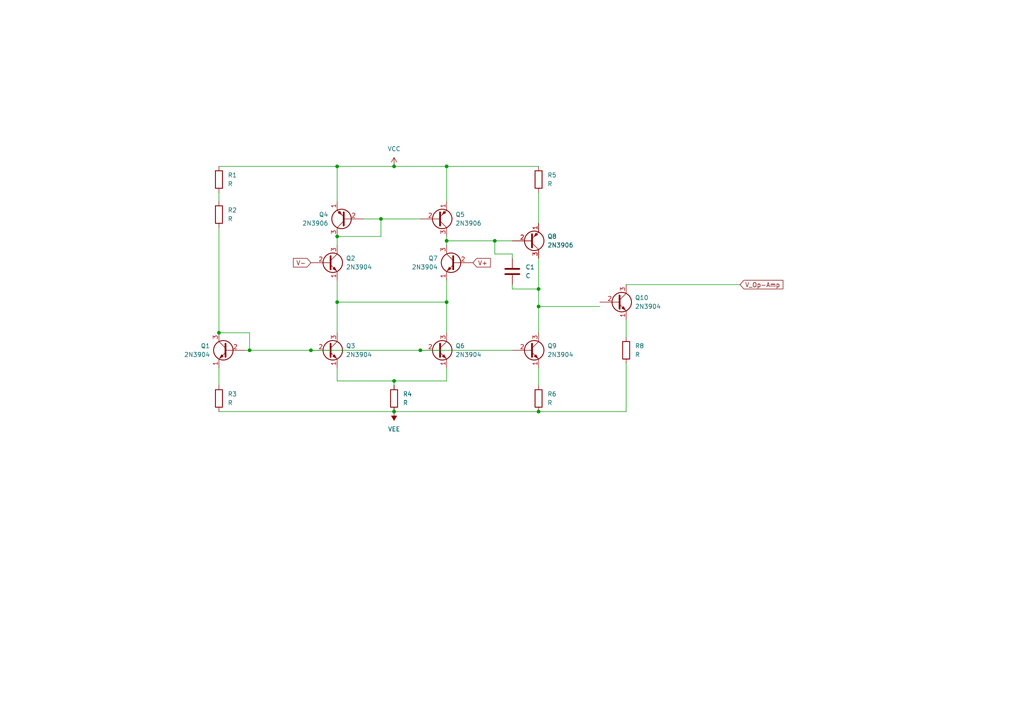
<source format=kicad_sch>
(kicad_sch
	(version 20231120)
	(generator "eeschema")
	(generator_version "8.0")
	(uuid "eed63b0f-427e-43a5-8eb2-a64b999ffa0d")
	(paper "A4")
	(lib_symbols
		(symbol "Device:C"
			(pin_numbers hide)
			(pin_names
				(offset 0.254)
			)
			(exclude_from_sim no)
			(in_bom yes)
			(on_board yes)
			(property "Reference" "C"
				(at 0.635 2.54 0)
				(effects
					(font
						(size 1.27 1.27)
					)
					(justify left)
				)
			)
			(property "Value" "C"
				(at 0.635 -2.54 0)
				(effects
					(font
						(size 1.27 1.27)
					)
					(justify left)
				)
			)
			(property "Footprint" ""
				(at 0.9652 -3.81 0)
				(effects
					(font
						(size 1.27 1.27)
					)
					(hide yes)
				)
			)
			(property "Datasheet" "~"
				(at 0 0 0)
				(effects
					(font
						(size 1.27 1.27)
					)
					(hide yes)
				)
			)
			(property "Description" "Unpolarized capacitor"
				(at 0 0 0)
				(effects
					(font
						(size 1.27 1.27)
					)
					(hide yes)
				)
			)
			(property "ki_keywords" "cap capacitor"
				(at 0 0 0)
				(effects
					(font
						(size 1.27 1.27)
					)
					(hide yes)
				)
			)
			(property "ki_fp_filters" "C_*"
				(at 0 0 0)
				(effects
					(font
						(size 1.27 1.27)
					)
					(hide yes)
				)
			)
			(symbol "C_0_1"
				(polyline
					(pts
						(xy -2.032 -0.762) (xy 2.032 -0.762)
					)
					(stroke
						(width 0.508)
						(type default)
					)
					(fill
						(type none)
					)
				)
				(polyline
					(pts
						(xy -2.032 0.762) (xy 2.032 0.762)
					)
					(stroke
						(width 0.508)
						(type default)
					)
					(fill
						(type none)
					)
				)
			)
			(symbol "C_1_1"
				(pin passive line
					(at 0 3.81 270)
					(length 2.794)
					(name "~"
						(effects
							(font
								(size 1.27 1.27)
							)
						)
					)
					(number "1"
						(effects
							(font
								(size 1.27 1.27)
							)
						)
					)
				)
				(pin passive line
					(at 0 -3.81 90)
					(length 2.794)
					(name "~"
						(effects
							(font
								(size 1.27 1.27)
							)
						)
					)
					(number "2"
						(effects
							(font
								(size 1.27 1.27)
							)
						)
					)
				)
			)
		)
		(symbol "Device:R"
			(pin_numbers hide)
			(pin_names
				(offset 0)
			)
			(exclude_from_sim no)
			(in_bom yes)
			(on_board yes)
			(property "Reference" "R"
				(at 2.032 0 90)
				(effects
					(font
						(size 1.27 1.27)
					)
				)
			)
			(property "Value" "R"
				(at 0 0 90)
				(effects
					(font
						(size 1.27 1.27)
					)
				)
			)
			(property "Footprint" ""
				(at -1.778 0 90)
				(effects
					(font
						(size 1.27 1.27)
					)
					(hide yes)
				)
			)
			(property "Datasheet" "~"
				(at 0 0 0)
				(effects
					(font
						(size 1.27 1.27)
					)
					(hide yes)
				)
			)
			(property "Description" "Resistor"
				(at 0 0 0)
				(effects
					(font
						(size 1.27 1.27)
					)
					(hide yes)
				)
			)
			(property "ki_keywords" "R res resistor"
				(at 0 0 0)
				(effects
					(font
						(size 1.27 1.27)
					)
					(hide yes)
				)
			)
			(property "ki_fp_filters" "R_*"
				(at 0 0 0)
				(effects
					(font
						(size 1.27 1.27)
					)
					(hide yes)
				)
			)
			(symbol "R_0_1"
				(rectangle
					(start -1.016 -2.54)
					(end 1.016 2.54)
					(stroke
						(width 0.254)
						(type default)
					)
					(fill
						(type none)
					)
				)
			)
			(symbol "R_1_1"
				(pin passive line
					(at 0 3.81 270)
					(length 1.27)
					(name "~"
						(effects
							(font
								(size 1.27 1.27)
							)
						)
					)
					(number "1"
						(effects
							(font
								(size 1.27 1.27)
							)
						)
					)
				)
				(pin passive line
					(at 0 -3.81 90)
					(length 1.27)
					(name "~"
						(effects
							(font
								(size 1.27 1.27)
							)
						)
					)
					(number "2"
						(effects
							(font
								(size 1.27 1.27)
							)
						)
					)
				)
			)
		)
		(symbol "Transistor_BJT:2N3904"
			(pin_names
				(offset 0) hide)
			(exclude_from_sim no)
			(in_bom yes)
			(on_board yes)
			(property "Reference" "Q"
				(at 5.08 1.905 0)
				(effects
					(font
						(size 1.27 1.27)
					)
					(justify left)
				)
			)
			(property "Value" "2N3904"
				(at 5.08 0 0)
				(effects
					(font
						(size 1.27 1.27)
					)
					(justify left)
				)
			)
			(property "Footprint" "Package_TO_SOT_THT:TO-92_Inline"
				(at 5.08 -1.905 0)
				(effects
					(font
						(size 1.27 1.27)
						(italic yes)
					)
					(justify left)
					(hide yes)
				)
			)
			(property "Datasheet" "https://www.onsemi.com/pub/Collateral/2N3903-D.PDF"
				(at 0 0 0)
				(effects
					(font
						(size 1.27 1.27)
					)
					(justify left)
					(hide yes)
				)
			)
			(property "Description" "0.2A Ic, 40V Vce, Small Signal NPN Transistor, TO-92"
				(at 0 0 0)
				(effects
					(font
						(size 1.27 1.27)
					)
					(hide yes)
				)
			)
			(property "ki_keywords" "NPN Transistor"
				(at 0 0 0)
				(effects
					(font
						(size 1.27 1.27)
					)
					(hide yes)
				)
			)
			(property "ki_fp_filters" "TO?92*"
				(at 0 0 0)
				(effects
					(font
						(size 1.27 1.27)
					)
					(hide yes)
				)
			)
			(symbol "2N3904_0_1"
				(polyline
					(pts
						(xy 0.635 0.635) (xy 2.54 2.54)
					)
					(stroke
						(width 0)
						(type default)
					)
					(fill
						(type none)
					)
				)
				(polyline
					(pts
						(xy 0.635 -0.635) (xy 2.54 -2.54) (xy 2.54 -2.54)
					)
					(stroke
						(width 0)
						(type default)
					)
					(fill
						(type none)
					)
				)
				(polyline
					(pts
						(xy 0.635 1.905) (xy 0.635 -1.905) (xy 0.635 -1.905)
					)
					(stroke
						(width 0.508)
						(type default)
					)
					(fill
						(type none)
					)
				)
				(polyline
					(pts
						(xy 1.27 -1.778) (xy 1.778 -1.27) (xy 2.286 -2.286) (xy 1.27 -1.778) (xy 1.27 -1.778)
					)
					(stroke
						(width 0)
						(type default)
					)
					(fill
						(type outline)
					)
				)
				(circle
					(center 1.27 0)
					(radius 2.8194)
					(stroke
						(width 0.254)
						(type default)
					)
					(fill
						(type none)
					)
				)
			)
			(symbol "2N3904_1_1"
				(pin passive line
					(at 2.54 -5.08 90)
					(length 2.54)
					(name "E"
						(effects
							(font
								(size 1.27 1.27)
							)
						)
					)
					(number "1"
						(effects
							(font
								(size 1.27 1.27)
							)
						)
					)
				)
				(pin passive line
					(at -5.08 0 0)
					(length 5.715)
					(name "B"
						(effects
							(font
								(size 1.27 1.27)
							)
						)
					)
					(number "2"
						(effects
							(font
								(size 1.27 1.27)
							)
						)
					)
				)
				(pin passive line
					(at 2.54 5.08 270)
					(length 2.54)
					(name "C"
						(effects
							(font
								(size 1.27 1.27)
							)
						)
					)
					(number "3"
						(effects
							(font
								(size 1.27 1.27)
							)
						)
					)
				)
			)
		)
		(symbol "Transistor_BJT:2N3906"
			(pin_names
				(offset 0) hide)
			(exclude_from_sim no)
			(in_bom yes)
			(on_board yes)
			(property "Reference" "Q"
				(at 5.08 1.905 0)
				(effects
					(font
						(size 1.27 1.27)
					)
					(justify left)
				)
			)
			(property "Value" "2N3906"
				(at 5.08 0 0)
				(effects
					(font
						(size 1.27 1.27)
					)
					(justify left)
				)
			)
			(property "Footprint" "Package_TO_SOT_THT:TO-92_Inline"
				(at 5.08 -1.905 0)
				(effects
					(font
						(size 1.27 1.27)
						(italic yes)
					)
					(justify left)
					(hide yes)
				)
			)
			(property "Datasheet" "https://www.onsemi.com/pub/Collateral/2N3906-D.PDF"
				(at 0 0 0)
				(effects
					(font
						(size 1.27 1.27)
					)
					(justify left)
					(hide yes)
				)
			)
			(property "Description" "-0.2A Ic, -40V Vce, Small Signal PNP Transistor, TO-92"
				(at 0 0 0)
				(effects
					(font
						(size 1.27 1.27)
					)
					(hide yes)
				)
			)
			(property "ki_keywords" "PNP Transistor"
				(at 0 0 0)
				(effects
					(font
						(size 1.27 1.27)
					)
					(hide yes)
				)
			)
			(property "ki_fp_filters" "TO?92*"
				(at 0 0 0)
				(effects
					(font
						(size 1.27 1.27)
					)
					(hide yes)
				)
			)
			(symbol "2N3906_0_1"
				(polyline
					(pts
						(xy 0.635 0.635) (xy 2.54 2.54)
					)
					(stroke
						(width 0)
						(type default)
					)
					(fill
						(type none)
					)
				)
				(polyline
					(pts
						(xy 0.635 -0.635) (xy 2.54 -2.54) (xy 2.54 -2.54)
					)
					(stroke
						(width 0)
						(type default)
					)
					(fill
						(type none)
					)
				)
				(polyline
					(pts
						(xy 0.635 1.905) (xy 0.635 -1.905) (xy 0.635 -1.905)
					)
					(stroke
						(width 0.508)
						(type default)
					)
					(fill
						(type none)
					)
				)
				(polyline
					(pts
						(xy 2.286 -1.778) (xy 1.778 -2.286) (xy 1.27 -1.27) (xy 2.286 -1.778) (xy 2.286 -1.778)
					)
					(stroke
						(width 0)
						(type default)
					)
					(fill
						(type outline)
					)
				)
				(circle
					(center 1.27 0)
					(radius 2.8194)
					(stroke
						(width 0.254)
						(type default)
					)
					(fill
						(type none)
					)
				)
			)
			(symbol "2N3906_1_1"
				(pin passive line
					(at 2.54 -5.08 90)
					(length 2.54)
					(name "E"
						(effects
							(font
								(size 1.27 1.27)
							)
						)
					)
					(number "1"
						(effects
							(font
								(size 1.27 1.27)
							)
						)
					)
				)
				(pin input line
					(at -5.08 0 0)
					(length 5.715)
					(name "B"
						(effects
							(font
								(size 1.27 1.27)
							)
						)
					)
					(number "2"
						(effects
							(font
								(size 1.27 1.27)
							)
						)
					)
				)
				(pin passive line
					(at 2.54 5.08 270)
					(length 2.54)
					(name "C"
						(effects
							(font
								(size 1.27 1.27)
							)
						)
					)
					(number "3"
						(effects
							(font
								(size 1.27 1.27)
							)
						)
					)
				)
			)
		)
		(symbol "power:VCC"
			(power)
			(pin_numbers hide)
			(pin_names
				(offset 0) hide)
			(exclude_from_sim no)
			(in_bom yes)
			(on_board yes)
			(property "Reference" "#PWR"
				(at 0 -3.81 0)
				(effects
					(font
						(size 1.27 1.27)
					)
					(hide yes)
				)
			)
			(property "Value" "VCC"
				(at 0 3.556 0)
				(effects
					(font
						(size 1.27 1.27)
					)
				)
			)
			(property "Footprint" ""
				(at 0 0 0)
				(effects
					(font
						(size 1.27 1.27)
					)
					(hide yes)
				)
			)
			(property "Datasheet" ""
				(at 0 0 0)
				(effects
					(font
						(size 1.27 1.27)
					)
					(hide yes)
				)
			)
			(property "Description" "Power symbol creates a global label with name \"VCC\""
				(at 0 0 0)
				(effects
					(font
						(size 1.27 1.27)
					)
					(hide yes)
				)
			)
			(property "ki_keywords" "global power"
				(at 0 0 0)
				(effects
					(font
						(size 1.27 1.27)
					)
					(hide yes)
				)
			)
			(symbol "VCC_0_1"
				(polyline
					(pts
						(xy -0.762 1.27) (xy 0 2.54)
					)
					(stroke
						(width 0)
						(type default)
					)
					(fill
						(type none)
					)
				)
				(polyline
					(pts
						(xy 0 0) (xy 0 2.54)
					)
					(stroke
						(width 0)
						(type default)
					)
					(fill
						(type none)
					)
				)
				(polyline
					(pts
						(xy 0 2.54) (xy 0.762 1.27)
					)
					(stroke
						(width 0)
						(type default)
					)
					(fill
						(type none)
					)
				)
			)
			(symbol "VCC_1_1"
				(pin power_in line
					(at 0 0 90)
					(length 0)
					(name "~"
						(effects
							(font
								(size 1.27 1.27)
							)
						)
					)
					(number "1"
						(effects
							(font
								(size 1.27 1.27)
							)
						)
					)
				)
			)
		)
		(symbol "power:VEE"
			(power)
			(pin_numbers hide)
			(pin_names
				(offset 0) hide)
			(exclude_from_sim no)
			(in_bom yes)
			(on_board yes)
			(property "Reference" "#PWR"
				(at 0 -3.81 0)
				(effects
					(font
						(size 1.27 1.27)
					)
					(hide yes)
				)
			)
			(property "Value" "VEE"
				(at 0 3.556 0)
				(effects
					(font
						(size 1.27 1.27)
					)
				)
			)
			(property "Footprint" ""
				(at 0 0 0)
				(effects
					(font
						(size 1.27 1.27)
					)
					(hide yes)
				)
			)
			(property "Datasheet" ""
				(at 0 0 0)
				(effects
					(font
						(size 1.27 1.27)
					)
					(hide yes)
				)
			)
			(property "Description" "Power symbol creates a global label with name \"VEE\""
				(at 0 0 0)
				(effects
					(font
						(size 1.27 1.27)
					)
					(hide yes)
				)
			)
			(property "ki_keywords" "global power"
				(at 0 0 0)
				(effects
					(font
						(size 1.27 1.27)
					)
					(hide yes)
				)
			)
			(symbol "VEE_0_1"
				(polyline
					(pts
						(xy 0 0) (xy 0 2.54)
					)
					(stroke
						(width 0)
						(type default)
					)
					(fill
						(type none)
					)
				)
				(polyline
					(pts
						(xy 0.762 1.27) (xy -0.762 1.27) (xy 0 2.54) (xy 0.762 1.27)
					)
					(stroke
						(width 0)
						(type default)
					)
					(fill
						(type outline)
					)
				)
			)
			(symbol "VEE_1_1"
				(pin power_in line
					(at 0 0 90)
					(length 0)
					(name "~"
						(effects
							(font
								(size 1.27 1.27)
							)
						)
					)
					(number "1"
						(effects
							(font
								(size 1.27 1.27)
							)
						)
					)
				)
			)
		)
	)
	(junction
		(at 110.49 63.5)
		(diameter 0)
		(color 0 0 0 0)
		(uuid "1105f2fc-9026-4e1d-818a-3c3a2d971fc6")
	)
	(junction
		(at 97.79 87.63)
		(diameter 0)
		(color 0 0 0 0)
		(uuid "220f2bf2-7ee8-4c15-b29b-d6c84f2d7130")
	)
	(junction
		(at 143.51 69.85)
		(diameter 0)
		(color 0 0 0 0)
		(uuid "30e13939-1dcb-4a96-9dbf-91aaa6c22b4a")
	)
	(junction
		(at 156.21 119.38)
		(diameter 0)
		(color 0 0 0 0)
		(uuid "38f238ce-ec7c-4825-bb07-1ac5b8847a5f")
	)
	(junction
		(at 156.21 88.9)
		(diameter 0)
		(color 0 0 0 0)
		(uuid "4806de19-ad28-4bdf-a882-1f7277823e2b")
	)
	(junction
		(at 114.3 119.38)
		(diameter 0)
		(color 0 0 0 0)
		(uuid "49220194-51df-4f8a-8e46-fb1892a98377")
	)
	(junction
		(at 97.79 48.26)
		(diameter 0)
		(color 0 0 0 0)
		(uuid "55b5ba0e-80d7-483b-99ca-dc7e675fce33")
	)
	(junction
		(at 156.21 83.82)
		(diameter 0)
		(color 0 0 0 0)
		(uuid "5a1bebbc-3609-4a17-9ae2-80a185a5cc8d")
	)
	(junction
		(at 129.54 48.26)
		(diameter 0)
		(color 0 0 0 0)
		(uuid "753d3376-f6ba-4c78-8b79-706079b3e4c3")
	)
	(junction
		(at 129.54 69.85)
		(diameter 0)
		(color 0 0 0 0)
		(uuid "9f05ebf9-d2e8-4cff-a954-d3d3702d5c1f")
	)
	(junction
		(at 114.3 48.26)
		(diameter 0)
		(color 0 0 0 0)
		(uuid "a2f607a3-cc87-4e35-b921-975937b2c5a4")
	)
	(junction
		(at 129.54 87.63)
		(diameter 0)
		(color 0 0 0 0)
		(uuid "a30bc192-2bcd-4177-9f63-b2e9f818f858")
	)
	(junction
		(at 90.17 101.6)
		(diameter 0)
		(color 0 0 0 0)
		(uuid "ab450a12-eafe-4d64-9039-2b3013e663ff")
	)
	(junction
		(at 63.5 96.52)
		(diameter 0)
		(color 0 0 0 0)
		(uuid "bc2681d8-bcd3-47b2-b6f7-903a97f4b51f")
	)
	(junction
		(at 72.39 101.6)
		(diameter 0)
		(color 0 0 0 0)
		(uuid "c5617cb3-1129-4ea0-b2ea-411c8407f15c")
	)
	(junction
		(at 114.3 110.49)
		(diameter 0)
		(color 0 0 0 0)
		(uuid "dc3529c6-cb09-4719-ae73-5ed29f2d16b0")
	)
	(junction
		(at 121.92 101.6)
		(diameter 0)
		(color 0 0 0 0)
		(uuid "e4c2b728-7a7c-4461-8d4d-1aeaf480e799")
	)
	(junction
		(at 97.79 68.58)
		(diameter 0)
		(color 0 0 0 0)
		(uuid "fdff08f1-fd79-4fb8-ae02-e38a024eb4c3")
	)
	(wire
		(pts
			(xy 129.54 69.85) (xy 143.51 69.85)
		)
		(stroke
			(width 0)
			(type default)
		)
		(uuid "05ec5f8b-01fc-4297-bd2d-62c890993db4")
	)
	(wire
		(pts
			(xy 129.54 87.63) (xy 129.54 96.52)
		)
		(stroke
			(width 0)
			(type default)
		)
		(uuid "09ce2af2-ff4a-40df-a550-6850750ceba8")
	)
	(wire
		(pts
			(xy 129.54 48.26) (xy 129.54 58.42)
		)
		(stroke
			(width 0)
			(type default)
		)
		(uuid "0d2d92e0-3eb5-44ab-bbdc-18ae9d40a25c")
	)
	(wire
		(pts
			(xy 148.59 73.66) (xy 148.59 74.93)
		)
		(stroke
			(width 0)
			(type default)
		)
		(uuid "0de5f2d2-934d-4c1c-a757-35fdd4598de9")
	)
	(wire
		(pts
			(xy 148.59 82.55) (xy 148.59 83.82)
		)
		(stroke
			(width 0)
			(type default)
		)
		(uuid "16c26efc-5a94-41b5-87b5-8a3e31973707")
	)
	(wire
		(pts
			(xy 129.54 110.49) (xy 129.54 106.68)
		)
		(stroke
			(width 0)
			(type default)
		)
		(uuid "1b641b11-2dbe-4057-a6d1-2e8026b0bb2c")
	)
	(wire
		(pts
			(xy 97.79 110.49) (xy 114.3 110.49)
		)
		(stroke
			(width 0)
			(type default)
		)
		(uuid "1c492cca-5b58-4bc5-8945-2d23e7f6142c")
	)
	(wire
		(pts
			(xy 156.21 55.88) (xy 156.21 64.77)
		)
		(stroke
			(width 0)
			(type default)
		)
		(uuid "1cf90091-33bb-49ff-8512-4c4cd226834f")
	)
	(wire
		(pts
			(xy 148.59 83.82) (xy 156.21 83.82)
		)
		(stroke
			(width 0)
			(type default)
		)
		(uuid "255b5bb5-225c-4bad-a165-4d1dcf48ea3e")
	)
	(wire
		(pts
			(xy 97.79 81.28) (xy 97.79 87.63)
		)
		(stroke
			(width 0)
			(type default)
		)
		(uuid "26685148-2c90-4957-8916-a69ec12aa739")
	)
	(wire
		(pts
			(xy 97.79 106.68) (xy 97.79 110.49)
		)
		(stroke
			(width 0)
			(type default)
		)
		(uuid "276ce0c6-cce3-4fde-9a25-38d35c131cba")
	)
	(wire
		(pts
			(xy 105.41 63.5) (xy 110.49 63.5)
		)
		(stroke
			(width 0)
			(type default)
		)
		(uuid "2ce3e18d-d272-4eee-8ad5-83e933d922c1")
	)
	(wire
		(pts
			(xy 63.5 119.38) (xy 114.3 119.38)
		)
		(stroke
			(width 0)
			(type default)
		)
		(uuid "314210a1-17a3-4894-9774-6f275b4ead5f")
	)
	(wire
		(pts
			(xy 97.79 87.63) (xy 97.79 96.52)
		)
		(stroke
			(width 0)
			(type default)
		)
		(uuid "3171dfa5-4c88-49c8-aef9-fd3726a59a58")
	)
	(wire
		(pts
			(xy 90.17 101.6) (xy 121.92 101.6)
		)
		(stroke
			(width 0)
			(type default)
		)
		(uuid "35b317ba-c82a-43d4-aa7f-16a07187aad9")
	)
	(wire
		(pts
			(xy 114.3 110.49) (xy 129.54 110.49)
		)
		(stroke
			(width 0)
			(type default)
		)
		(uuid "418fcef4-810c-48ce-95e5-1058d3ea1b17")
	)
	(wire
		(pts
			(xy 97.79 48.26) (xy 97.79 58.42)
		)
		(stroke
			(width 0)
			(type default)
		)
		(uuid "4609616a-d740-40d7-9e60-9e2df345e7ee")
	)
	(wire
		(pts
			(xy 114.3 48.26) (xy 129.54 48.26)
		)
		(stroke
			(width 0)
			(type default)
		)
		(uuid "53314ebf-49d9-46db-a749-2d343f8756e9")
	)
	(wire
		(pts
			(xy 63.5 96.52) (xy 72.39 96.52)
		)
		(stroke
			(width 0)
			(type default)
		)
		(uuid "57c71a9f-d7bd-41aa-be49-a13b0fd29718")
	)
	(wire
		(pts
			(xy 72.39 96.52) (xy 72.39 101.6)
		)
		(stroke
			(width 0)
			(type default)
		)
		(uuid "59754750-3c5b-4ffc-8004-aec13eab3c4a")
	)
	(wire
		(pts
			(xy 129.54 68.58) (xy 129.54 69.85)
		)
		(stroke
			(width 0)
			(type default)
		)
		(uuid "5ae4d59b-23d7-4c82-ad2f-07ed9159e1d9")
	)
	(wire
		(pts
			(xy 156.21 106.68) (xy 156.21 111.76)
		)
		(stroke
			(width 0)
			(type default)
		)
		(uuid "6623d7e2-b82c-43a3-90f3-9fec9f60ced0")
	)
	(wire
		(pts
			(xy 129.54 48.26) (xy 156.21 48.26)
		)
		(stroke
			(width 0)
			(type default)
		)
		(uuid "691196f5-1a82-4a6d-9700-40e6a8732832")
	)
	(wire
		(pts
			(xy 156.21 88.9) (xy 173.99 88.9)
		)
		(stroke
			(width 0)
			(type default)
		)
		(uuid "7233d2a3-6e55-430e-bc23-0f7da8f7654f")
	)
	(wire
		(pts
			(xy 63.5 55.88) (xy 63.5 58.42)
		)
		(stroke
			(width 0)
			(type default)
		)
		(uuid "73044b88-29ae-40ca-bdb1-8bdf57cbcd54")
	)
	(wire
		(pts
			(xy 143.51 73.66) (xy 143.51 69.85)
		)
		(stroke
			(width 0)
			(type default)
		)
		(uuid "78006e4b-87cc-4ee2-ae1a-5ec6c80c6e5f")
	)
	(wire
		(pts
			(xy 114.3 119.38) (xy 156.21 119.38)
		)
		(stroke
			(width 0)
			(type default)
		)
		(uuid "7c4b99ca-1fc1-4fb8-bc23-3513e158fca8")
	)
	(wire
		(pts
			(xy 72.39 101.6) (xy 90.17 101.6)
		)
		(stroke
			(width 0)
			(type default)
		)
		(uuid "7f3bae98-3b72-4523-a0c5-4f4a3568b82b")
	)
	(wire
		(pts
			(xy 129.54 87.63) (xy 129.54 81.28)
		)
		(stroke
			(width 0)
			(type default)
		)
		(uuid "8717b920-417d-446c-be53-a90a7894101a")
	)
	(wire
		(pts
			(xy 114.3 110.49) (xy 114.3 111.76)
		)
		(stroke
			(width 0)
			(type default)
		)
		(uuid "8fd87de1-b64a-4942-98e9-66e346c9b7c7")
	)
	(wire
		(pts
			(xy 110.49 68.58) (xy 110.49 63.5)
		)
		(stroke
			(width 0)
			(type default)
		)
		(uuid "95be2869-e73d-495c-9250-d1b577fa648f")
	)
	(wire
		(pts
			(xy 156.21 83.82) (xy 156.21 88.9)
		)
		(stroke
			(width 0)
			(type default)
		)
		(uuid "9b604854-9476-4176-aa1f-c49dbe4d67cb")
	)
	(wire
		(pts
			(xy 97.79 87.63) (xy 129.54 87.63)
		)
		(stroke
			(width 0)
			(type default)
		)
		(uuid "a8289ff8-0951-40c4-be89-0e80c869c81b")
	)
	(wire
		(pts
			(xy 181.61 105.41) (xy 181.61 119.38)
		)
		(stroke
			(width 0)
			(type default)
		)
		(uuid "abb93088-a791-4e1d-95d2-9fd099182c39")
	)
	(wire
		(pts
			(xy 156.21 74.93) (xy 156.21 83.82)
		)
		(stroke
			(width 0)
			(type default)
		)
		(uuid "abc2e06a-ea6b-4130-b9ee-460ecced3f0b")
	)
	(wire
		(pts
			(xy 156.21 88.9) (xy 156.21 96.52)
		)
		(stroke
			(width 0)
			(type default)
		)
		(uuid "b2ebbd89-5823-4c09-acf3-e1cdff506e60")
	)
	(wire
		(pts
			(xy 63.5 66.04) (xy 63.5 96.52)
		)
		(stroke
			(width 0)
			(type default)
		)
		(uuid "b6b84f27-55b4-4dfd-b1eb-c203db76e1a5")
	)
	(wire
		(pts
			(xy 63.5 48.26) (xy 97.79 48.26)
		)
		(stroke
			(width 0)
			(type default)
		)
		(uuid "c37c4947-54ea-4d3a-a8f6-927b9ce232e1")
	)
	(wire
		(pts
			(xy 121.92 101.6) (xy 148.59 101.6)
		)
		(stroke
			(width 0)
			(type default)
		)
		(uuid "cb8dd869-0ca8-4875-ab4a-b52d1644ebd8")
	)
	(wire
		(pts
			(xy 110.49 63.5) (xy 121.92 63.5)
		)
		(stroke
			(width 0)
			(type default)
		)
		(uuid "cbbb6d6e-2494-451c-ac45-2f21900b2c4e")
	)
	(wire
		(pts
			(xy 97.79 68.58) (xy 110.49 68.58)
		)
		(stroke
			(width 0)
			(type default)
		)
		(uuid "cd01d41f-055b-4d37-aa7f-2c91748124e4")
	)
	(wire
		(pts
			(xy 97.79 48.26) (xy 114.3 48.26)
		)
		(stroke
			(width 0)
			(type default)
		)
		(uuid "cec8a90e-8d29-470e-b4a7-ad041cd35912")
	)
	(wire
		(pts
			(xy 63.5 106.68) (xy 63.5 111.76)
		)
		(stroke
			(width 0)
			(type default)
		)
		(uuid "d0e45710-f053-4999-a822-8fb088a7bb20")
	)
	(wire
		(pts
			(xy 148.59 69.85) (xy 143.51 69.85)
		)
		(stroke
			(width 0)
			(type default)
		)
		(uuid "d603cef4-a767-4884-aee7-a6363a675ede")
	)
	(wire
		(pts
			(xy 181.61 119.38) (xy 156.21 119.38)
		)
		(stroke
			(width 0)
			(type default)
		)
		(uuid "d79c56f6-9d2f-46a9-a03f-ea2058e71fa7")
	)
	(wire
		(pts
			(xy 181.61 92.71) (xy 181.61 97.79)
		)
		(stroke
			(width 0)
			(type default)
		)
		(uuid "e178b32f-50b6-4890-a36f-3a3f3549c53c")
	)
	(wire
		(pts
			(xy 129.54 69.85) (xy 129.54 71.12)
		)
		(stroke
			(width 0)
			(type default)
		)
		(uuid "ec89088b-67d0-4129-aaf7-2ed2ecc60003")
	)
	(wire
		(pts
			(xy 97.79 68.58) (xy 97.79 71.12)
		)
		(stroke
			(width 0)
			(type default)
		)
		(uuid "f0f7e803-d7ec-4f4d-a931-91af62a455d3")
	)
	(wire
		(pts
			(xy 71.12 101.6) (xy 72.39 101.6)
		)
		(stroke
			(width 0)
			(type default)
		)
		(uuid "f28fb38f-33f3-42d7-9b30-0eb5a584a008")
	)
	(wire
		(pts
			(xy 181.61 82.55) (xy 214.63 82.55)
		)
		(stroke
			(width 0)
			(type default)
		)
		(uuid "f400c6fe-7890-4171-a808-1432d968dc44")
	)
	(wire
		(pts
			(xy 148.59 73.66) (xy 143.51 73.66)
		)
		(stroke
			(width 0)
			(type default)
		)
		(uuid "f8d0d17c-9cee-4b8e-a0ea-309b6199823f")
	)
	(global_label "V+"
		(shape input)
		(at 137.16 76.2 0)
		(fields_autoplaced yes)
		(effects
			(font
				(size 1.27 1.27)
			)
			(justify left)
		)
		(uuid "2cd3a4d6-87af-4ead-8d74-dbe75ad9b0da")
		(property "Intersheetrefs" "${INTERSHEET_REFS}"
			(at 142.8062 76.2 0)
			(effects
				(font
					(size 1.27 1.27)
				)
				(justify left)
				(hide yes)
			)
		)
	)
	(global_label "V-"
		(shape input)
		(at 90.17 76.2 180)
		(fields_autoplaced yes)
		(effects
			(font
				(size 1.27 1.27)
			)
			(justify right)
		)
		(uuid "3012c776-323a-4612-a5d6-da71903bbb63")
		(property "Intersheetrefs" "${INTERSHEET_REFS}"
			(at 84.5238 76.2 0)
			(effects
				(font
					(size 1.27 1.27)
				)
				(justify right)
				(hide yes)
			)
		)
	)
	(global_label "V_Op-Amp"
		(shape input)
		(at 214.63 82.55 0)
		(fields_autoplaced yes)
		(effects
			(font
				(size 1.27 1.27)
			)
			(justify left)
		)
		(uuid "63b66e61-bf0f-48cc-9909-1552d146da30")
		(property "Intersheetrefs" "${INTERSHEET_REFS}"
			(at 227.6542 82.55 0)
			(effects
				(font
					(size 1.27 1.27)
				)
				(justify left)
				(hide yes)
			)
		)
	)
	(symbol
		(lib_id "Device:R")
		(at 63.5 52.07 0)
		(unit 1)
		(exclude_from_sim no)
		(in_bom yes)
		(on_board yes)
		(dnp no)
		(fields_autoplaced yes)
		(uuid "03d1c32e-a2de-402d-8678-4fae2b298014")
		(property "Reference" "R1"
			(at 66.04 50.7999 0)
			(effects
				(font
					(size 1.27 1.27)
				)
				(justify left)
			)
		)
		(property "Value" "R"
			(at 66.04 53.3399 0)
			(effects
				(font
					(size 1.27 1.27)
				)
				(justify left)
			)
		)
		(property "Footprint" ""
			(at 61.722 52.07 90)
			(effects
				(font
					(size 1.27 1.27)
				)
				(hide yes)
			)
		)
		(property "Datasheet" "~"
			(at 63.5 52.07 0)
			(effects
				(font
					(size 1.27 1.27)
				)
				(hide yes)
			)
		)
		(property "Description" "Resistor"
			(at 63.5 52.07 0)
			(effects
				(font
					(size 1.27 1.27)
				)
				(hide yes)
			)
		)
		(pin "2"
			(uuid "4ee4539f-9e3d-4b58-aa10-9f0e45542cae")
		)
		(pin "1"
			(uuid "9006d1e6-0cac-4b52-a1c3-0850ab2c77a2")
		)
		(instances
			(project "ECE 3660 Design Project"
				(path "/ae7489fb-4acd-4c47-9498-30070a4fb91b/d35e8965-c723-4eb0-9f76-96e1d82904a7"
					(reference "R1")
					(unit 1)
				)
			)
		)
	)
	(symbol
		(lib_id "Transistor_BJT:2N3904")
		(at 127 101.6 0)
		(unit 1)
		(exclude_from_sim no)
		(in_bom yes)
		(on_board yes)
		(dnp no)
		(fields_autoplaced yes)
		(uuid "0eb33ca1-73a9-4be2-84bb-d9c1d01bd10a")
		(property "Reference" "Q6"
			(at 132.08 100.3299 0)
			(effects
				(font
					(size 1.27 1.27)
				)
				(justify left)
			)
		)
		(property "Value" "2N3904"
			(at 132.08 102.8699 0)
			(effects
				(font
					(size 1.27 1.27)
				)
				(justify left)
			)
		)
		(property "Footprint" "Package_TO_SOT_THT:TO-92_Inline"
			(at 132.08 103.505 0)
			(effects
				(font
					(size 1.27 1.27)
					(italic yes)
				)
				(justify left)
				(hide yes)
			)
		)
		(property "Datasheet" "https://www.onsemi.com/pub/Collateral/2N3903-D.PDF"
			(at 127 101.6 0)
			(effects
				(font
					(size 1.27 1.27)
				)
				(justify left)
				(hide yes)
			)
		)
		(property "Description" "0.2A Ic, 40V Vce, Small Signal NPN Transistor, TO-92"
			(at 127 101.6 0)
			(effects
				(font
					(size 1.27 1.27)
				)
				(hide yes)
			)
		)
		(pin "2"
			(uuid "cf053b31-f7c9-4be7-9446-5ea4795b6a0d")
		)
		(pin "3"
			(uuid "d822a957-c0a3-4f0c-be7d-7f715ed9f7ef")
		)
		(pin "1"
			(uuid "5a6a96cb-48b1-4647-b9f0-d5ee983bfca9")
		)
		(instances
			(project "ECE 3660 Design Project"
				(path "/ae7489fb-4acd-4c47-9498-30070a4fb91b/d35e8965-c723-4eb0-9f76-96e1d82904a7"
					(reference "Q6")
					(unit 1)
				)
			)
		)
	)
	(symbol
		(lib_id "Transistor_BJT:2N3904")
		(at 179.07 87.63 0)
		(unit 1)
		(exclude_from_sim no)
		(in_bom yes)
		(on_board yes)
		(dnp no)
		(fields_autoplaced yes)
		(uuid "116f812a-2f37-4e76-accb-35791faa779b")
		(property "Reference" "Q10"
			(at 184.15 86.3599 0)
			(effects
				(font
					(size 1.27 1.27)
				)
				(justify left)
			)
		)
		(property "Value" "2N3904"
			(at 184.15 88.8999 0)
			(effects
				(font
					(size 1.27 1.27)
				)
				(justify left)
			)
		)
		(property "Footprint" "Package_TO_SOT_THT:TO-92_Inline"
			(at 184.15 89.535 0)
			(effects
				(font
					(size 1.27 1.27)
					(italic yes)
				)
				(justify left)
				(hide yes)
			)
		)
		(property "Datasheet" "https://www.onsemi.com/pub/Collateral/2N3903-D.PDF"
			(at 179.07 87.63 0)
			(effects
				(font
					(size 1.27 1.27)
				)
				(justify left)
				(hide yes)
			)
		)
		(property "Description" "0.2A Ic, 40V Vce, Small Signal NPN Transistor, TO-92"
			(at 179.07 87.63 0)
			(effects
				(font
					(size 1.27 1.27)
				)
				(hide yes)
			)
		)
		(pin "2"
			(uuid "1b5aeba1-aca9-410f-8d03-b3ea9975c04f")
		)
		(pin "3"
			(uuid "347b20d7-aa2e-411f-b6f0-dd2791a6b74c")
		)
		(pin "1"
			(uuid "3ea274e4-f03d-4f61-9109-ae38b34b84a9")
		)
		(instances
			(project "ECE 3660 Design Project"
				(path "/ae7489fb-4acd-4c47-9498-30070a4fb91b/d35e8965-c723-4eb0-9f76-96e1d82904a7"
					(reference "Q10")
					(unit 1)
				)
			)
		)
	)
	(symbol
		(lib_id "Transistor_BJT:2N3904")
		(at 132.08 76.2 0)
		(mirror y)
		(unit 1)
		(exclude_from_sim no)
		(in_bom yes)
		(on_board yes)
		(dnp no)
		(uuid "20c445c6-53b9-4b7f-82d3-11cf4df8ca4e")
		(property "Reference" "Q7"
			(at 127 74.9299 0)
			(effects
				(font
					(size 1.27 1.27)
				)
				(justify left)
			)
		)
		(property "Value" "2N3904"
			(at 127 77.4699 0)
			(effects
				(font
					(size 1.27 1.27)
				)
				(justify left)
			)
		)
		(property "Footprint" "Package_TO_SOT_THT:TO-92_Inline"
			(at 127 78.105 0)
			(effects
				(font
					(size 1.27 1.27)
					(italic yes)
				)
				(justify left)
				(hide yes)
			)
		)
		(property "Datasheet" "https://www.onsemi.com/pub/Collateral/2N3903-D.PDF"
			(at 132.08 76.2 0)
			(effects
				(font
					(size 1.27 1.27)
				)
				(justify left)
				(hide yes)
			)
		)
		(property "Description" "0.2A Ic, 40V Vce, Small Signal NPN Transistor, TO-92"
			(at 132.08 76.2 0)
			(effects
				(font
					(size 1.27 1.27)
				)
				(hide yes)
			)
		)
		(pin "2"
			(uuid "2fd88e84-8d15-4e1c-b156-9118570c82c1")
		)
		(pin "3"
			(uuid "2fa73f32-6504-4288-a0ab-0a5bb9ddad97")
		)
		(pin "1"
			(uuid "04b5bacf-4b9b-4bf3-bf0f-2e970c3fe29b")
		)
		(instances
			(project "ECE 3660 Design Project"
				(path "/ae7489fb-4acd-4c47-9498-30070a4fb91b/d35e8965-c723-4eb0-9f76-96e1d82904a7"
					(reference "Q7")
					(unit 1)
				)
			)
		)
	)
	(symbol
		(lib_id "Transistor_BJT:2N3906")
		(at 127 63.5 0)
		(mirror x)
		(unit 1)
		(exclude_from_sim no)
		(in_bom yes)
		(on_board yes)
		(dnp no)
		(uuid "27ba08f8-29e6-44c1-ba6b-48769bc63d67")
		(property "Reference" "Q5"
			(at 132.08 62.2299 0)
			(effects
				(font
					(size 1.27 1.27)
				)
				(justify left)
			)
		)
		(property "Value" "2N3906"
			(at 132.08 64.7699 0)
			(effects
				(font
					(size 1.27 1.27)
				)
				(justify left)
			)
		)
		(property "Footprint" "Package_TO_SOT_THT:TO-92_Inline"
			(at 132.08 61.595 0)
			(effects
				(font
					(size 1.27 1.27)
					(italic yes)
				)
				(justify left)
				(hide yes)
			)
		)
		(property "Datasheet" "https://www.onsemi.com/pub/Collateral/2N3906-D.PDF"
			(at 127 63.5 0)
			(effects
				(font
					(size 1.27 1.27)
				)
				(justify left)
				(hide yes)
			)
		)
		(property "Description" "-0.2A Ic, -40V Vce, Small Signal PNP Transistor, TO-92"
			(at 127 63.5 0)
			(effects
				(font
					(size 1.27 1.27)
				)
				(hide yes)
			)
		)
		(pin "1"
			(uuid "8938b738-62b7-4a50-9931-18271ebcca48")
		)
		(pin "2"
			(uuid "873f48df-157d-445c-9602-fa4abc7b23c3")
		)
		(pin "3"
			(uuid "47745b80-85d3-46a6-a4bb-29e97790fca8")
		)
		(instances
			(project "ECE 3660 Design Project"
				(path "/ae7489fb-4acd-4c47-9498-30070a4fb91b/d35e8965-c723-4eb0-9f76-96e1d82904a7"
					(reference "Q5")
					(unit 1)
				)
			)
		)
	)
	(symbol
		(lib_id "Device:R")
		(at 114.3 115.57 0)
		(unit 1)
		(exclude_from_sim no)
		(in_bom yes)
		(on_board yes)
		(dnp no)
		(fields_autoplaced yes)
		(uuid "28a38e0c-9780-4a4d-aaf0-07df4b07e778")
		(property "Reference" "R4"
			(at 116.84 114.2999 0)
			(effects
				(font
					(size 1.27 1.27)
				)
				(justify left)
			)
		)
		(property "Value" "R"
			(at 116.84 116.8399 0)
			(effects
				(font
					(size 1.27 1.27)
				)
				(justify left)
			)
		)
		(property "Footprint" ""
			(at 112.522 115.57 90)
			(effects
				(font
					(size 1.27 1.27)
				)
				(hide yes)
			)
		)
		(property "Datasheet" "~"
			(at 114.3 115.57 0)
			(effects
				(font
					(size 1.27 1.27)
				)
				(hide yes)
			)
		)
		(property "Description" "Resistor"
			(at 114.3 115.57 0)
			(effects
				(font
					(size 1.27 1.27)
				)
				(hide yes)
			)
		)
		(pin "2"
			(uuid "663dd051-722b-4eb0-b345-37f21c2ac295")
		)
		(pin "1"
			(uuid "0665dd0d-2edd-4683-af3d-d1eee4786c11")
		)
		(instances
			(project "ECE 3660 Design Project"
				(path "/ae7489fb-4acd-4c47-9498-30070a4fb91b/d35e8965-c723-4eb0-9f76-96e1d82904a7"
					(reference "R4")
					(unit 1)
				)
			)
		)
	)
	(symbol
		(lib_id "power:VCC")
		(at 114.3 48.26 0)
		(unit 1)
		(exclude_from_sim no)
		(in_bom yes)
		(on_board yes)
		(dnp no)
		(fields_autoplaced yes)
		(uuid "308e2302-a90f-4169-94d4-548f201aa3c5")
		(property "Reference" "#PWR01"
			(at 114.3 52.07 0)
			(effects
				(font
					(size 1.27 1.27)
				)
				(hide yes)
			)
		)
		(property "Value" "VCC"
			(at 114.3 43.18 0)
			(effects
				(font
					(size 1.27 1.27)
				)
			)
		)
		(property "Footprint" ""
			(at 114.3 48.26 0)
			(effects
				(font
					(size 1.27 1.27)
				)
				(hide yes)
			)
		)
		(property "Datasheet" ""
			(at 114.3 48.26 0)
			(effects
				(font
					(size 1.27 1.27)
				)
				(hide yes)
			)
		)
		(property "Description" "Power symbol creates a global label with name \"VCC\""
			(at 114.3 48.26 0)
			(effects
				(font
					(size 1.27 1.27)
				)
				(hide yes)
			)
		)
		(pin "1"
			(uuid "13d1850c-59a4-4ff1-9da8-f7e5e838d200")
		)
		(instances
			(project "ECE 3660 Design Project"
				(path "/ae7489fb-4acd-4c47-9498-30070a4fb91b/d35e8965-c723-4eb0-9f76-96e1d82904a7"
					(reference "#PWR01")
					(unit 1)
				)
			)
		)
	)
	(symbol
		(lib_id "Device:R")
		(at 181.61 101.6 0)
		(unit 1)
		(exclude_from_sim no)
		(in_bom yes)
		(on_board yes)
		(dnp no)
		(fields_autoplaced yes)
		(uuid "39ee40dd-a5e3-4e50-8568-5abe36092422")
		(property "Reference" "R8"
			(at 184.15 100.3299 0)
			(effects
				(font
					(size 1.27 1.27)
				)
				(justify left)
			)
		)
		(property "Value" "R"
			(at 184.15 102.8699 0)
			(effects
				(font
					(size 1.27 1.27)
				)
				(justify left)
			)
		)
		(property "Footprint" ""
			(at 179.832 101.6 90)
			(effects
				(font
					(size 1.27 1.27)
				)
				(hide yes)
			)
		)
		(property "Datasheet" "~"
			(at 181.61 101.6 0)
			(effects
				(font
					(size 1.27 1.27)
				)
				(hide yes)
			)
		)
		(property "Description" "Resistor"
			(at 181.61 101.6 0)
			(effects
				(font
					(size 1.27 1.27)
				)
				(hide yes)
			)
		)
		(pin "2"
			(uuid "880ced4c-1c91-42b4-b87e-52911b0df762")
		)
		(pin "1"
			(uuid "04698c69-25af-42c4-a8c7-52c06071cd9b")
		)
		(instances
			(project "ECE 3660 Design Project"
				(path "/ae7489fb-4acd-4c47-9498-30070a4fb91b/d35e8965-c723-4eb0-9f76-96e1d82904a7"
					(reference "R8")
					(unit 1)
				)
			)
		)
	)
	(symbol
		(lib_id "Device:R")
		(at 156.21 115.57 0)
		(unit 1)
		(exclude_from_sim no)
		(in_bom yes)
		(on_board yes)
		(dnp no)
		(fields_autoplaced yes)
		(uuid "65fbd52b-51a8-4c52-b4f4-f91e488541b6")
		(property "Reference" "R6"
			(at 158.75 114.2999 0)
			(effects
				(font
					(size 1.27 1.27)
				)
				(justify left)
			)
		)
		(property "Value" "R"
			(at 158.75 116.8399 0)
			(effects
				(font
					(size 1.27 1.27)
				)
				(justify left)
			)
		)
		(property "Footprint" ""
			(at 154.432 115.57 90)
			(effects
				(font
					(size 1.27 1.27)
				)
				(hide yes)
			)
		)
		(property "Datasheet" "~"
			(at 156.21 115.57 0)
			(effects
				(font
					(size 1.27 1.27)
				)
				(hide yes)
			)
		)
		(property "Description" "Resistor"
			(at 156.21 115.57 0)
			(effects
				(font
					(size 1.27 1.27)
				)
				(hide yes)
			)
		)
		(pin "2"
			(uuid "3ecd5910-e3a0-4b9b-8435-980237c0c889")
		)
		(pin "1"
			(uuid "e493cc77-4f70-4d13-999c-e5df76179c5c")
		)
		(instances
			(project "ECE 3660 Design Project"
				(path "/ae7489fb-4acd-4c47-9498-30070a4fb91b/d35e8965-c723-4eb0-9f76-96e1d82904a7"
					(reference "R6")
					(unit 1)
				)
			)
		)
	)
	(symbol
		(lib_id "Transistor_BJT:2N3904")
		(at 95.25 76.2 0)
		(unit 1)
		(exclude_from_sim no)
		(in_bom yes)
		(on_board yes)
		(dnp no)
		(fields_autoplaced yes)
		(uuid "74ada8a2-5e9b-44d8-a3b2-76db4625524f")
		(property "Reference" "Q2"
			(at 100.33 74.9299 0)
			(effects
				(font
					(size 1.27 1.27)
				)
				(justify left)
			)
		)
		(property "Value" "2N3904"
			(at 100.33 77.4699 0)
			(effects
				(font
					(size 1.27 1.27)
				)
				(justify left)
			)
		)
		(property "Footprint" "Package_TO_SOT_THT:TO-92_Inline"
			(at 100.33 78.105 0)
			(effects
				(font
					(size 1.27 1.27)
					(italic yes)
				)
				(justify left)
				(hide yes)
			)
		)
		(property "Datasheet" "https://www.onsemi.com/pub/Collateral/2N3903-D.PDF"
			(at 95.25 76.2 0)
			(effects
				(font
					(size 1.27 1.27)
				)
				(justify left)
				(hide yes)
			)
		)
		(property "Description" "0.2A Ic, 40V Vce, Small Signal NPN Transistor, TO-92"
			(at 95.25 76.2 0)
			(effects
				(font
					(size 1.27 1.27)
				)
				(hide yes)
			)
		)
		(pin "2"
			(uuid "83250175-faeb-494d-941a-f30b329a35a0")
		)
		(pin "3"
			(uuid "488a0eb4-4bae-4ec1-8461-3303b7404a91")
		)
		(pin "1"
			(uuid "25e145f9-b3a8-474c-98c4-6df3688d3b28")
		)
		(instances
			(project "ECE 3660 Design Project"
				(path "/ae7489fb-4acd-4c47-9498-30070a4fb91b/d35e8965-c723-4eb0-9f76-96e1d82904a7"
					(reference "Q2")
					(unit 1)
				)
			)
		)
	)
	(symbol
		(lib_id "Transistor_BJT:2N3904")
		(at 66.04 101.6 0)
		(mirror y)
		(unit 1)
		(exclude_from_sim no)
		(in_bom yes)
		(on_board yes)
		(dnp no)
		(uuid "942bcd3c-2336-4f1e-9a7c-90708d41c387")
		(property "Reference" "Q1"
			(at 60.96 100.3299 0)
			(effects
				(font
					(size 1.27 1.27)
				)
				(justify left)
			)
		)
		(property "Value" "2N3904"
			(at 60.96 102.8699 0)
			(effects
				(font
					(size 1.27 1.27)
				)
				(justify left)
			)
		)
		(property "Footprint" "Package_TO_SOT_THT:TO-92_Inline"
			(at 60.96 103.505 0)
			(effects
				(font
					(size 1.27 1.27)
					(italic yes)
				)
				(justify left)
				(hide yes)
			)
		)
		(property "Datasheet" "https://www.onsemi.com/pub/Collateral/2N3903-D.PDF"
			(at 66.04 101.6 0)
			(effects
				(font
					(size 1.27 1.27)
				)
				(justify left)
				(hide yes)
			)
		)
		(property "Description" "0.2A Ic, 40V Vce, Small Signal NPN Transistor, TO-92"
			(at 66.04 101.6 0)
			(effects
				(font
					(size 1.27 1.27)
				)
				(hide yes)
			)
		)
		(pin "2"
			(uuid "d6e32ce9-e969-4751-bc0f-6a4f574705ed")
		)
		(pin "3"
			(uuid "e33c6c49-899c-43d5-8e95-c85f6a99b715")
		)
		(pin "1"
			(uuid "2b147f23-5d5a-455a-85c1-50f05c7cc726")
		)
		(instances
			(project "ECE 3660 Design Project"
				(path "/ae7489fb-4acd-4c47-9498-30070a4fb91b/d35e8965-c723-4eb0-9f76-96e1d82904a7"
					(reference "Q1")
					(unit 1)
				)
			)
		)
	)
	(symbol
		(lib_id "Transistor_BJT:2N3906")
		(at 153.67 69.85 0)
		(mirror x)
		(unit 1)
		(exclude_from_sim no)
		(in_bom yes)
		(on_board yes)
		(dnp no)
		(uuid "946f8c7b-acea-424c-a7c4-cf30ec878fe3")
		(property "Reference" "Q8"
			(at 158.75 68.5799 0)
			(effects
				(font
					(size 1.27 1.27)
				)
				(justify left)
			)
		)
		(property "Value" "2N3906"
			(at 158.75 71.1199 0)
			(effects
				(font
					(size 1.27 1.27)
				)
				(justify left)
			)
		)
		(property "Footprint" "Package_TO_SOT_THT:TO-92_Inline"
			(at 158.75 67.945 0)
			(effects
				(font
					(size 1.27 1.27)
					(italic yes)
				)
				(justify left)
				(hide yes)
			)
		)
		(property "Datasheet" "https://www.onsemi.com/pub/Collateral/2N3906-D.PDF"
			(at 153.67 69.85 0)
			(effects
				(font
					(size 1.27 1.27)
				)
				(justify left)
				(hide yes)
			)
		)
		(property "Description" "-0.2A Ic, -40V Vce, Small Signal PNP Transistor, TO-92"
			(at 153.67 69.85 0)
			(effects
				(font
					(size 1.27 1.27)
				)
				(hide yes)
			)
		)
		(pin "1"
			(uuid "3fb53d18-07b2-46b6-8fdd-606f7359e5ff")
		)
		(pin "2"
			(uuid "41cde7c2-b8dc-4320-b3f3-b1aeeb05f695")
		)
		(pin "3"
			(uuid "372b0c89-dd9e-4c33-9d3f-fa92215e52a0")
		)
		(instances
			(project "ECE 3660 Design Project"
				(path "/ae7489fb-4acd-4c47-9498-30070a4fb91b/d35e8965-c723-4eb0-9f76-96e1d82904a7"
					(reference "Q8")
					(unit 1)
				)
			)
		)
	)
	(symbol
		(lib_id "Device:C")
		(at 148.59 78.74 0)
		(unit 1)
		(exclude_from_sim no)
		(in_bom yes)
		(on_board yes)
		(dnp no)
		(fields_autoplaced yes)
		(uuid "ad2aea2f-6298-46c9-90cb-7272e477b524")
		(property "Reference" "C1"
			(at 152.4 77.4699 0)
			(effects
				(font
					(size 1.27 1.27)
				)
				(justify left)
			)
		)
		(property "Value" "C"
			(at 152.4 80.0099 0)
			(effects
				(font
					(size 1.27 1.27)
				)
				(justify left)
			)
		)
		(property "Footprint" ""
			(at 149.5552 82.55 0)
			(effects
				(font
					(size 1.27 1.27)
				)
				(hide yes)
			)
		)
		(property "Datasheet" "~"
			(at 148.59 78.74 0)
			(effects
				(font
					(size 1.27 1.27)
				)
				(hide yes)
			)
		)
		(property "Description" "Unpolarized capacitor"
			(at 148.59 78.74 0)
			(effects
				(font
					(size 1.27 1.27)
				)
				(hide yes)
			)
		)
		(pin "2"
			(uuid "2872dc34-96e3-43c0-874a-3d6b69695156")
		)
		(pin "1"
			(uuid "6bed944b-6b4a-4612-a29f-d19964d554c3")
		)
		(instances
			(project "ECE 3660 Design Project"
				(path "/ae7489fb-4acd-4c47-9498-30070a4fb91b/d35e8965-c723-4eb0-9f76-96e1d82904a7"
					(reference "C1")
					(unit 1)
				)
			)
		)
	)
	(symbol
		(lib_id "Device:R")
		(at 156.21 52.07 0)
		(unit 1)
		(exclude_from_sim no)
		(in_bom yes)
		(on_board yes)
		(dnp no)
		(fields_autoplaced yes)
		(uuid "b9e957af-cb93-43ca-a9f3-2782719a3bb3")
		(property "Reference" "R5"
			(at 158.75 50.7999 0)
			(effects
				(font
					(size 1.27 1.27)
				)
				(justify left)
			)
		)
		(property "Value" "R"
			(at 158.75 53.3399 0)
			(effects
				(font
					(size 1.27 1.27)
				)
				(justify left)
			)
		)
		(property "Footprint" ""
			(at 154.432 52.07 90)
			(effects
				(font
					(size 1.27 1.27)
				)
				(hide yes)
			)
		)
		(property "Datasheet" "~"
			(at 156.21 52.07 0)
			(effects
				(font
					(size 1.27 1.27)
				)
				(hide yes)
			)
		)
		(property "Description" "Resistor"
			(at 156.21 52.07 0)
			(effects
				(font
					(size 1.27 1.27)
				)
				(hide yes)
			)
		)
		(pin "2"
			(uuid "2ef83a76-40dc-4857-bb26-62d7c6804b35")
		)
		(pin "1"
			(uuid "c810c3d4-3cf2-4e51-9808-0a5d238150fb")
		)
		(instances
			(project "ECE 3660 Design Project"
				(path "/ae7489fb-4acd-4c47-9498-30070a4fb91b/d35e8965-c723-4eb0-9f76-96e1d82904a7"
					(reference "R5")
					(unit 1)
				)
			)
		)
	)
	(symbol
		(lib_id "Transistor_BJT:2N3906")
		(at 100.33 63.5 180)
		(unit 1)
		(exclude_from_sim no)
		(in_bom yes)
		(on_board yes)
		(dnp no)
		(fields_autoplaced yes)
		(uuid "c6df5677-11f0-4e43-9769-8abf495884be")
		(property "Reference" "Q4"
			(at 95.25 62.2299 0)
			(effects
				(font
					(size 1.27 1.27)
				)
				(justify left)
			)
		)
		(property "Value" "2N3906"
			(at 95.25 64.7699 0)
			(effects
				(font
					(size 1.27 1.27)
				)
				(justify left)
			)
		)
		(property "Footprint" "Package_TO_SOT_THT:TO-92_Inline"
			(at 95.25 61.595 0)
			(effects
				(font
					(size 1.27 1.27)
					(italic yes)
				)
				(justify left)
				(hide yes)
			)
		)
		(property "Datasheet" "https://www.onsemi.com/pub/Collateral/2N3906-D.PDF"
			(at 100.33 63.5 0)
			(effects
				(font
					(size 1.27 1.27)
				)
				(justify left)
				(hide yes)
			)
		)
		(property "Description" "-0.2A Ic, -40V Vce, Small Signal PNP Transistor, TO-92"
			(at 100.33 63.5 0)
			(effects
				(font
					(size 1.27 1.27)
				)
				(hide yes)
			)
		)
		(pin "1"
			(uuid "37b155e4-3089-4ff0-bd88-9627aed345fd")
		)
		(pin "2"
			(uuid "cacac4cd-69e1-491e-9b04-60f56a9bc6d2")
		)
		(pin "3"
			(uuid "e7e662c5-8d63-4813-8c05-dbb21743ddb5")
		)
		(instances
			(project "ECE 3660 Design Project"
				(path "/ae7489fb-4acd-4c47-9498-30070a4fb91b/d35e8965-c723-4eb0-9f76-96e1d82904a7"
					(reference "Q4")
					(unit 1)
				)
			)
		)
	)
	(symbol
		(lib_id "Device:R")
		(at 63.5 115.57 0)
		(unit 1)
		(exclude_from_sim no)
		(in_bom yes)
		(on_board yes)
		(dnp no)
		(fields_autoplaced yes)
		(uuid "d557d52e-8491-412b-b2e1-2552309e6458")
		(property "Reference" "R3"
			(at 66.04 114.2999 0)
			(effects
				(font
					(size 1.27 1.27)
				)
				(justify left)
			)
		)
		(property "Value" "R"
			(at 66.04 116.8399 0)
			(effects
				(font
					(size 1.27 1.27)
				)
				(justify left)
			)
		)
		(property "Footprint" ""
			(at 61.722 115.57 90)
			(effects
				(font
					(size 1.27 1.27)
				)
				(hide yes)
			)
		)
		(property "Datasheet" "~"
			(at 63.5 115.57 0)
			(effects
				(font
					(size 1.27 1.27)
				)
				(hide yes)
			)
		)
		(property "Description" "Resistor"
			(at 63.5 115.57 0)
			(effects
				(font
					(size 1.27 1.27)
				)
				(hide yes)
			)
		)
		(pin "2"
			(uuid "3d8b20d5-90eb-4bc3-a4c9-17953e466836")
		)
		(pin "1"
			(uuid "39c43e4e-562f-4132-97ae-8e22b7b9a56c")
		)
		(instances
			(project "ECE 3660 Design Project"
				(path "/ae7489fb-4acd-4c47-9498-30070a4fb91b/d35e8965-c723-4eb0-9f76-96e1d82904a7"
					(reference "R3")
					(unit 1)
				)
			)
		)
	)
	(symbol
		(lib_id "Device:R")
		(at 63.5 62.23 0)
		(unit 1)
		(exclude_from_sim no)
		(in_bom yes)
		(on_board yes)
		(dnp no)
		(fields_autoplaced yes)
		(uuid "d61b9f92-ef20-4997-a591-1dc260aca0ee")
		(property "Reference" "R2"
			(at 66.04 60.9599 0)
			(effects
				(font
					(size 1.27 1.27)
				)
				(justify left)
			)
		)
		(property "Value" "R"
			(at 66.04 63.4999 0)
			(effects
				(font
					(size 1.27 1.27)
				)
				(justify left)
			)
		)
		(property "Footprint" ""
			(at 61.722 62.23 90)
			(effects
				(font
					(size 1.27 1.27)
				)
				(hide yes)
			)
		)
		(property "Datasheet" "~"
			(at 63.5 62.23 0)
			(effects
				(font
					(size 1.27 1.27)
				)
				(hide yes)
			)
		)
		(property "Description" "Resistor"
			(at 63.5 62.23 0)
			(effects
				(font
					(size 1.27 1.27)
				)
				(hide yes)
			)
		)
		(pin "2"
			(uuid "ce907cb1-bd15-48ca-9d8a-3c6bcad2bc3e")
		)
		(pin "1"
			(uuid "366fa5eb-eab0-4797-a10b-c5752dcec842")
		)
		(instances
			(project "ECE 3660 Design Project"
				(path "/ae7489fb-4acd-4c47-9498-30070a4fb91b/d35e8965-c723-4eb0-9f76-96e1d82904a7"
					(reference "R2")
					(unit 1)
				)
			)
		)
	)
	(symbol
		(lib_id "power:VEE")
		(at 114.3 119.38 180)
		(unit 1)
		(exclude_from_sim no)
		(in_bom yes)
		(on_board yes)
		(dnp no)
		(fields_autoplaced yes)
		(uuid "f0d862b7-8952-45aa-8346-e98f11e635bd")
		(property "Reference" "#PWR02"
			(at 114.3 115.57 0)
			(effects
				(font
					(size 1.27 1.27)
				)
				(hide yes)
			)
		)
		(property "Value" "VEE"
			(at 114.3 124.46 0)
			(effects
				(font
					(size 1.27 1.27)
				)
			)
		)
		(property "Footprint" ""
			(at 114.3 119.38 0)
			(effects
				(font
					(size 1.27 1.27)
				)
				(hide yes)
			)
		)
		(property "Datasheet" ""
			(at 114.3 119.38 0)
			(effects
				(font
					(size 1.27 1.27)
				)
				(hide yes)
			)
		)
		(property "Description" "Power symbol creates a global label with name \"VEE\""
			(at 114.3 119.38 0)
			(effects
				(font
					(size 1.27 1.27)
				)
				(hide yes)
			)
		)
		(pin "1"
			(uuid "4cc7348c-cd75-40a9-baab-b49b64c31b74")
		)
		(instances
			(project "ECE 3660 Design Project"
				(path "/ae7489fb-4acd-4c47-9498-30070a4fb91b/d35e8965-c723-4eb0-9f76-96e1d82904a7"
					(reference "#PWR02")
					(unit 1)
				)
			)
		)
	)
	(symbol
		(lib_id "Transistor_BJT:2N3904")
		(at 153.67 101.6 0)
		(unit 1)
		(exclude_from_sim no)
		(in_bom yes)
		(on_board yes)
		(dnp no)
		(fields_autoplaced yes)
		(uuid "f2d0d6a3-9a69-4eaf-b898-6b15ae97fa28")
		(property "Reference" "Q9"
			(at 158.75 100.3299 0)
			(effects
				(font
					(size 1.27 1.27)
				)
				(justify left)
			)
		)
		(property "Value" "2N3904"
			(at 158.75 102.8699 0)
			(effects
				(font
					(size 1.27 1.27)
				)
				(justify left)
			)
		)
		(property "Footprint" "Package_TO_SOT_THT:TO-92_Inline"
			(at 158.75 103.505 0)
			(effects
				(font
					(size 1.27 1.27)
					(italic yes)
				)
				(justify left)
				(hide yes)
			)
		)
		(property "Datasheet" "https://www.onsemi.com/pub/Collateral/2N3903-D.PDF"
			(at 153.67 101.6 0)
			(effects
				(font
					(size 1.27 1.27)
				)
				(justify left)
				(hide yes)
			)
		)
		(property "Description" "0.2A Ic, 40V Vce, Small Signal NPN Transistor, TO-92"
			(at 153.67 101.6 0)
			(effects
				(font
					(size 1.27 1.27)
				)
				(hide yes)
			)
		)
		(pin "2"
			(uuid "d56b19dd-85c4-43a7-821a-c1057e07ba7f")
		)
		(pin "3"
			(uuid "8481cd32-c1b0-4ebb-a849-6b9583478fb4")
		)
		(pin "1"
			(uuid "10563b57-a1d4-42e6-96d5-229da08a91bb")
		)
		(instances
			(project "ECE 3660 Design Project"
				(path "/ae7489fb-4acd-4c47-9498-30070a4fb91b/d35e8965-c723-4eb0-9f76-96e1d82904a7"
					(reference "Q9")
					(unit 1)
				)
			)
		)
	)
	(symbol
		(lib_id "Transistor_BJT:2N3904")
		(at 95.25 101.6 0)
		(unit 1)
		(exclude_from_sim no)
		(in_bom yes)
		(on_board yes)
		(dnp no)
		(fields_autoplaced yes)
		(uuid "f5894747-2456-4ecf-9e04-fbf8827a47fd")
		(property "Reference" "Q3"
			(at 100.33 100.3299 0)
			(effects
				(font
					(size 1.27 1.27)
				)
				(justify left)
			)
		)
		(property "Value" "2N3904"
			(at 100.33 102.8699 0)
			(effects
				(font
					(size 1.27 1.27)
				)
				(justify left)
			)
		)
		(property "Footprint" "Package_TO_SOT_THT:TO-92_Inline"
			(at 100.33 103.505 0)
			(effects
				(font
					(size 1.27 1.27)
					(italic yes)
				)
				(justify left)
				(hide yes)
			)
		)
		(property "Datasheet" "https://www.onsemi.com/pub/Collateral/2N3903-D.PDF"
			(at 95.25 101.6 0)
			(effects
				(font
					(size 1.27 1.27)
				)
				(justify left)
				(hide yes)
			)
		)
		(property "Description" "0.2A Ic, 40V Vce, Small Signal NPN Transistor, TO-92"
			(at 95.25 101.6 0)
			(effects
				(font
					(size 1.27 1.27)
				)
				(hide yes)
			)
		)
		(pin "2"
			(uuid "2601a087-009c-478f-a2f6-398aec153481")
		)
		(pin "3"
			(uuid "2ca70089-fce3-4524-bf0c-ad9cda5477f8")
		)
		(pin "1"
			(uuid "85f6e4d3-6643-4bc2-a0b7-36815d3a8a88")
		)
		(instances
			(project "ECE 3660 Design Project"
				(path "/ae7489fb-4acd-4c47-9498-30070a4fb91b/d35e8965-c723-4eb0-9f76-96e1d82904a7"
					(reference "Q3")
					(unit 1)
				)
			)
		)
	)
)

</source>
